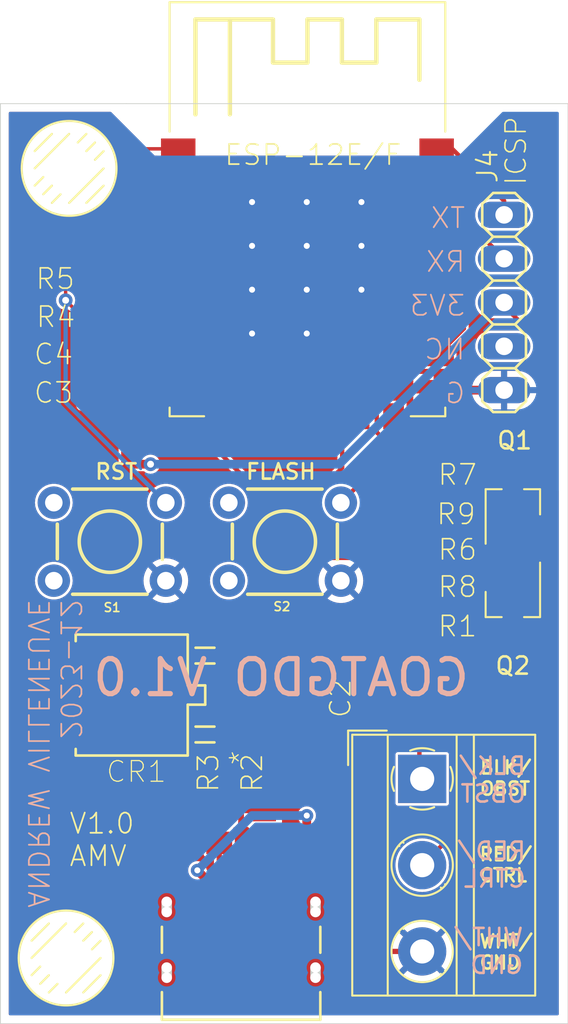
<source format=kicad_pcb>
(kicad_pcb (version 20221018) (generator pcbnew)
  (layers (0 "F.Cu" signal) (31 "B.Cu" signal) (34 "B.Paste" user) (35 "F.Paste" user) (36 "B.SilkS" user "B.Silkscreen") (37 "F.SilkS" user "F.Silkscreen") (38 "B.Mask" user) (39 "F.Mask" user) (44 "Edge.Cuts" user))
  (net 0 "")
  (net 1 "5V")
  (net 4 "3.3V")
  (net 5 "Net-(IC3-PadEN)")
  (net 6 "/IO0_FLASH")
  (net 8 "Net-(Q1-D)")
  (net 9 "Net-(Q2-G)")
  (net 13 "Net-(IC3-PadIO13)")
  (net 15 "Net-(IC3-PadIO15)")
  (net 19 "Net-(S1-2)")
  (net 20 "/ICSP_RX")
  (net 22 "/ICSP_TX")
  (net 23 "Net-(J1-CC1)")
  (net 24 "Net-(J1-CC2)")
  (net 25 "Net-(J2-Pin_1)")
  (net 26 "Net-(J2-Pin_2)")
  (net 28 "GND")
  (footprint "8266_a1_bridge_v1:R0805" (layer "F.Cu") (at 149.159 106.3752)
    (fp_text reference "R8" (at 1.965659 -0.0254) (layer "F.SilkS") (effects (font (size 1.176528 1.176528) (thickness 0.093472)) (justify left)))
    (fp_text value "10k" hide)
    (pad "1" smd rect (at -0.95 0) (size 1.3 1.5) (layers "F.Cu" "F.Paste" "F.Mask") (net 13 "Net-(IC3-PadIO13)"))
    (pad "2" smd rect (at 0.95 0) (size 1.3 1.5) (layers "F.Cu" "F.Paste" "F.Mask") (net 28 "GND"))
  )
  (footprint "8266_a1_bridge_v1:M2-POST" (layer "F.Cu") (at 129.6161 127.8586)
    (fp_text reference "U$6" hide)
    (fp_text value "M2-POST" hide)
    (pad "" np_thru_hole circle (at 0 0) (size 2.1 2.1) (drill 2.1) (layers "*.Cu" "*.Mask"))
    (zone (net 0) (net_name "") (layer "F.Cu") (connect_pads (clearance 0)) (min_thickness 0.254)
      (keepout (tracks not_allowed) (vias not_allowed) (pads not_allowed) (copperpour not_allowed) (footprints allowed))
      (fill (thermal_gap 0.508) (thermal_bridge_width 0.508))
      (polygon (pts (xy 132.4296 127.8586) (xy 132.386857 127.370041) (xy 132.259925 126.896326) (xy 132.052662 126.45185) (xy 131.771366 126.050117) (xy 131.424583 125.703334) (xy 131.02285 125.422038) (xy 130.578374 125.214775) (xy 130.104659 125.087843) (xy 129.6161 125.0451) (xy 129.127541 125.087843) (xy 128.653826 125.214775) (xy 128.20935 125.422038) (xy 127.807617 125.703334) (xy 127.460834 126.050117) (xy 127.179538 126.45185) (xy 126.972275 126.896326) (xy 126.845343 127.370041) (xy 126.8026 127.8586) (xy 126.845343 128.347159) (xy 126.972275 128.820874) (xy 127.179538 129.26535) (xy 127.460834 129.667083) (xy 127.807617 130.013866) (xy 128.20935 130.295162) (xy 128.653826 130.502425) (xy 129.127541 130.629357) (xy 129.6161 130.6721) (xy 130.104659 130.629357) (xy 130.578374 130.502425) (xy 131.02285 130.295162) (xy 131.424583 130.013866) (xy 131.771366 129.667083) (xy 132.052662 129.26535) (xy 132.259925 128.820874) (xy 132.386857 128.347159)))
      (polygon (pts (xy 132.3026 127.8586) (xy 132.261786 127.392094) (xy 132.140584 126.939763) (xy 131.942677 126.51535) (xy 131.674078 126.131751) (xy 131.342949 125.800622) (xy 130.95935 125.532023) (xy 130.534937 125.334116) (xy 130.082606 125.212914) (xy 129.6161 125.1721) (xy 129.149594 125.212914) (xy 128.697263 125.334116) (xy 128.27285 125.532023) (xy 127.889251 125.800622) (xy 127.558122 126.131751) (xy 127.289523 126.51535) (xy 127.091616 126.939763) (xy 126.970414 127.392094) (xy 126.9296 127.8586) (xy 126.970414 128.325106) (xy 127.091616 128.777437) (xy 127.289523 129.20185) (xy 127.558122 129.585449) (xy 127.889251 129.916578) (xy 128.27285 130.185177) (xy 128.697263 130.383084) (xy 129.149594 130.504286) (xy 129.6161 130.5451) (xy 130.082606 130.504286) (xy 130.534937 130.383084) (xy 130.95935 130.185177) (xy 131.342949 129.916578) (xy 131.674078 129.585449) (xy 131.942677 129.20185) (xy 132.140584 128.777437) (xy 132.261786 128.325106)))
    )
    (zone (net 0) (net_name "") (layer "B.Cu") (connect_pads (clearance 0)) (min_thickness 0.254)
      (keepout (tracks not_allowed) (vias not_allowed) (pads not_allowed) (copperpour not_allowed) (footprints allowed))
      (fill (thermal_gap 0.508) (thermal_bridge_width 0.508))
      (polygon (pts (xy 132.4296 127.8586) (xy 132.386857 127.370041) (xy 132.259925 126.896326) (xy 132.052662 126.45185) (xy 131.771366 126.050117) (xy 131.424583 125.703334) (xy 131.02285 125.422038) (xy 130.578374 125.214775) (xy 130.104659 125.087843) (xy 129.6161 125.0451) (xy 129.127541 125.087843) (xy 128.653826 125.214775) (xy 128.20935 125.422038) (xy 127.807617 125.703334) (xy 127.460834 126.050117) (xy 127.179538 126.45185) (xy 126.972275 126.896326) (xy 126.845343 127.370041) (xy 126.8026 127.8586) (xy 126.845343 128.347159) (xy 126.972275 128.820874) (xy 127.179538 129.26535) (xy 127.460834 129.667083) (xy 127.807617 130.013866) (xy 128.20935 130.295162) (xy 128.653826 130.502425) (xy 129.127541 130.629357) (xy 129.6161 130.6721) (xy 130.104659 130.629357) (xy 130.578374 130.502425) (xy 131.02285 130.295162) (xy 131.424583 130.013866) (xy 131.771366 129.667083) (xy 132.052662 129.26535) (xy 132.259925 128.820874) (xy 132.386857 128.347159)))
      (polygon (pts (xy 132.3026 127.8586) (xy 132.261786 127.392094) (xy 132.140584 126.939763) (xy 131.942677 126.51535) (xy 131.674078 126.131751) (xy 131.342949 125.800622) (xy 130.95935 125.532023) (xy 130.534937 125.334116) (xy 130.082606 125.212914) (xy 129.6161 125.1721) (xy 129.149594 125.212914) (xy 128.697263 125.334116) (xy 128.27285 125.532023) (xy 127.889251 125.800622) (xy 127.558122 126.131751) (xy 127.289523 126.51535) (xy 127.091616 126.939763) (xy 126.970414 127.392094) (xy 126.9296 127.8586) (xy 126.970414 128.325106) (xy 127.091616 128.777437) (xy 127.289523 129.20185) (xy 127.558122 129.585449) (xy 127.889251 129.916578) (xy 128.27285 130.185177) (xy 128.697263 130.383084) (xy 129.149594 130.504286) (xy 129.6161 130.5451) (xy 130.082606 130.504286) (xy 130.534937 130.383084) (xy 130.95935 130.185177) (xy 131.342949 129.916578) (xy 131.674078 129.585449) (xy 131.942677 129.20185) (xy 132.140584 128.777437) (xy 132.261786 128.325106)))
    )
  )
  (footprint "8266_a1_bridge_v1:C0805" (layer "F.Cu") (at 132.1561 95.0418 180)
    (fp_text reference "C3" (at 2.0573 -0.0558) (layer "F.SilkS") (effects (font (size 1.176528 1.176528) (thickness 0.093472)) (justify right)))
    (fp_text value "10uF" hide)
    (pad "1" smd rect (at -0.95 0 180) (size 1.3 1.5) (layers "F.Cu" "F.Paste" "F.Mask") (net 4 "3.3V"))
    (pad "2" smd rect (at 0.95 0 180) (size 1.3 1.5) (layers "F.Cu" "F.Paste" "F.Mask") (net 28 "GND"))
  )
  (footprint "8266_a1_bridge_v1:R0805" (layer "F.Cu") (at 149.1742 108.5342)
    (fp_text reference "R1" (at 1.950459 0.1016) (layer "F.SilkS") (effects (font (size 1.176528 1.176528) (thickness 0.093472)) (justify left)))
    (fp_text value "10k" hide)
    (pad "1" smd rect (at -0.95 0) (size 1.3 1.5) (layers "F.Cu" "F.Paste" "F.Mask") (net 13 "Net-(IC3-PadIO13)"))
    (pad "2" smd rect (at 0.95 0) (size 1.3 1.5) (layers "F.Cu" "F.Paste" "F.Mask") (net 25 "Net-(J2-Pin_1)"))
  )
  (footprint "8266_a1_bridge_v1:R0805" (layer "F.Cu") (at 149.1742 99.8982)
    (fp_text reference "R7" (at 1.950459 -0.0508) (layer "F.SilkS") (effects (font (size 1.176528 1.176528) (thickness 0.093472)) (justify left)))
    (fp_text value "10k" hide)
    (pad "1" smd rect (at -0.95 0) (size 1.3 1.5) (layers "F.Cu" "F.Paste" "F.Mask") (net 6 "/IO0_FLASH"))
    (pad "2" smd rect (at 0.95 0) (size 1.3 1.5) (layers "F.Cu" "F.Paste" "F.Mask") (net 4 "3.3V"))
  )
  (footprint "8266_a1_bridge_v1:C0805" (layer "F.Cu") (at 143.5861 112.6186 -90)
    (fp_text reference "C2" (at -1.011 -1.9559 90) (layer "F.SilkS") (effects (font (size 1.176528 1.176528) (thickness 0.093472)) (justify right)))
    (fp_text value "100nF" hide)
    (pad "1" smd rect (at -0.95 0 270) (size 1.3 1.5) (layers "F.Cu" "F.Paste" "F.Mask") (net 1 "5V"))
    (pad "2" smd rect (at 0.95 0 270) (size 1.3 1.5) (layers "F.Cu" "F.Paste" "F.Mask") (net 28 "GND"))
  )
  (footprint "8266_a1_bridge_v1:DPAK_STM" (layer "F.Cu") (at 133.4261 112.6186 90)
    (fp_text reference "CR1" (at -4.445 -1.5493 180) (layer "F.SilkS") (effects (font (size 1.198372 1.198372) (thickness 0.071628)) (justify left)))
    (fp_text value "LD1117ADT33TR" hide)
    (fp_text user "*" (at -4.1402 7.0104 90) (layer "F.SilkS") (effects (font (size 1.1938 1.1938) (thickness 0.0762)) (justify left bottom)))
    (pad "1" smd rect (at -2.286 6.3881 90) (size 0.939 2.478) (layers "F.Cu" "F.Paste" "F.Mask") (net 28 "GND"))
    (pad "2" smd rect (at 2.286 6.3881 90) (size 0.939 2.478) (layers "F.Cu" "F.Paste" "F.Mask") (net 1 "5V"))
    (pad "3" smd rect (at 0 -1.7653 90) (size 5.5626 6.2992) (layers "F.Cu" "F.Paste" "F.Mask") (net 4 "3.3V"))
  )
  (footprint "8266_a1_bridge_v1:R0805" (layer "F.Cu") (at 149.1742 102.0572 180)
    (fp_text reference "R9" (at -4.2926 -0.0762) (layer "F.SilkS") (effects (font (size 1.176528 1.176528) (thickness 0.093472)) (justify right)))
    (fp_text value "10k" hide)
    (pad "1" smd rect (at -0.95 0 180) (size 1.3 1.5) (layers "F.Cu" "F.Paste" "F.Mask") (net 28 "GND"))
    (pad "2" smd rect (at 0.95 0 180) (size 1.3 1.5) (layers "F.Cu" "F.Paste" "F.Mask") (net 9 "Net-(Q2-G)"))
  )
  (footprint "Package_TO_SOT_SMD:SOT-23_Handsoldering" (layer "F.Cu") (at 155.5496 101.4476 90)
    (fp_text reference "Q1" (at 3.5814 0.1016) (layer "F.SilkS"))
    (fp_text value "2N7002" hide)
    (pad "1" smd rect (at -1.5 -0.95 90) (size 1.9 0.8) (layers "F.Cu" "F.Paste" "F.Mask") (net 26 "Net-(J2-Pin_2)"))
    (pad "2" smd rect (at -1.5 0.95 90) (size 1.9 0.8) (layers "F.Cu" "F.Paste" "F.Mask") (net 28 "GND"))
    (pad "3" smd rect (at 1.5 0 90) (size 1.9 0.8) (layers "F.Cu" "F.Paste" "F.Mask") (net 8 "Net-(Q1-D)"))
  )
  (footprint "8266_a1_bridge_v1:R0805" (layer "F.Cu") (at 132.1816 88.3412 180)
    (fp_text reference "R5" (at 1.9812 -0.1524) (layer "F.SilkS") (effects (font (size 1.176528 1.176528) (thickness 0.093472)) (justify right)))
    (fp_text value "10k" hide)
    (pad "1" smd rect (at -0.95 0 180) (size 1.3 1.5) (layers "F.Cu" "F.Paste" "F.Mask") (net 4 "3.3V"))
    (pad "2" smd rect (at 0.95 0 180) (size 1.3 1.5) (layers "F.Cu" "F.Paste" "F.Mask") (net 5 "Net-(IC3-PadEN)"))
  )
  (footprint "8266_a1_bridge_v1:1X05" (layer "F.Cu") (at 155.0416 89.8652 -90)
    (fp_text reference "J4" (at -8.9662 0.9652 90) (layer "F.SilkS") (effects (font (size 1.1557 1.1557) (thickness 0.1143)) (justify right)))
    (fp_text value "ICSP" (at -10.8712 -0.6858 90) (layer "F.SilkS") (effects (font (size 1.176528 1.176528) (thickness 0.093472)) (justify right)))
    (pad "1" thru_hole oval (at -5.08 0) (size 3.048 1.524) (drill 1.016) (layers "*.Cu" "*.Mask") (net 22 "/ICSP_TX"))
    (pad "2" thru_hole oval (at -2.54 0) (size 3.048 1.524) (drill 1.016) (layers "*.Cu" "*.Mask") (net 20 "/ICSP_RX"))
    (pad "3" thru_hole oval (at 0 0) (size 3.048 1.524) (drill 1.016) (layers "*.Cu" "*.Mask") (net 4 "3.3V"))
    (pad "4" thru_hole oval (at 2.54 0) (size 3.048 1.524) (drill 1.016) (layers "*.Cu" "*.Mask"))
    (pad "5" thru_hole oval (at 5.08 0) (size 3.048 1.524) (drill 1.016) (layers "*.Cu" "*.Mask") (net 28 "GND"))
  )
  (footprint "8266_a1_bridge_v1:C0805" (layer "F.Cu") (at 132.1816 92.8116 180)
    (fp_text reference "C4" (at 2.0828 -0.0508) (layer "F.SilkS") (effects (font (size 1.176528 1.176528) (thickness 0.093472)) (justify right)))
    (fp_text value "100nF" hide)
    (pad "1" smd rect (at -0.95 0 180) (size 1.3 1.5) (layers "F.Cu" "F.Paste" "F.Mask") (net 4 "3.3V"))
    (pad "2" smd rect (at 0.95 0 180) (size 1.3 1.5) (layers "F.Cu" "F.Paste" "F.Mask") (net 28 "GND"))
  )
  (footprint "8266_a1_bridge_v1:TACTILE_SWITCH_PTH_6.0MM" (layer "F.Cu") (at 142.3161 103.7286 180)
    (fp_text reference "S2" (at -0.3811 -3.7642) (layer "F.SilkS") (effects (font (size 0.512064 0.512064) (thickness 0.097536)) (justify right)))
    (fp_text value "FLASH" (at -1.8797 4.059) (layer "F.SilkS") (effects (font (size 0.889 0.889) (thickness 0.1524) bold) (justify right)))
    (pad "1" thru_hole circle (at -3.2512 -2.2606 180) (size 1.8796 1.8796) (drill 1.016) (layers "*.Cu" "*.Mask") (net 28 "GND"))
    (pad "2" thru_hole circle (at 3.2512 -2.2606 180) (size 1.8796 1.8796) (drill 1.016) (layers "*.Cu" "*.Mask"))
    (pad "3" thru_hole circle (at -3.2512 2.2606 180) (size 1.8796 1.8796) (drill 1.016) (layers "*.Cu" "*.Mask") (net 6 "/IO0_FLASH"))
    (pad "4" thru_hole circle (at 3.2512 2.2606 180) (size 1.8796 1.8796) (drill 1.016) (layers "*.Cu" "*.Mask"))
  )
  (footprint "Package_TO_SOT_SMD:SOT-23_Handsoldering" (layer "F.Cu") (at 155.5496 107.3404 -90)
    (fp_text reference "Q2" (at 3.5814 0 -180) (layer "F.SilkS"))
    (fp_text value "AO3400A" hide)
    (pad "1" smd rect (at -1.5 -0.95 270) (size 1.9 0.8) (layers "F.Cu" "F.Paste" "F.Mask") (net 9 "Net-(Q2-G)"))
    (pad "2" smd rect (at -1.5 0.95 270) (size 1.9 0.8) (layers "F.Cu" "F.Paste" "F.Mask") (net 28 "GND"))
    (pad "3" smd rect (at 1.5 0 270) (size 1.9 0.8) (layers "F.Cu" "F.Paste" "F.Mask") (net 26 "Net-(J2-Pin_2)"))
  )
  (footprint "TerminalBlock_MetzConnect:TerminalBlock_MetzConnect_Type011_RT05503HBWC_1x03_P5.00mm_Horizontal" (layer "F.Cu") (at 150.2864 117.4788 -90)
    (fp_text reference "J2" hide)
    (fp_text value "Screw_Terminal_01x03" hide)
    (pad "1" thru_hole rect (at 0 0 270) (size 2.8 2.8) (drill 1.4) (layers "*.Cu" "*.Mask") (net 25 "Net-(J2-Pin_1)"))
    (pad "2" thru_hole circle (at 5 0 270) (size 2.8 2.8) (drill 1.4) (layers "*.Cu" "*.Mask") (net 26 "Net-(J2-Pin_2)"))
    (pad "3" thru_hole circle (at 10 0 270) (size 2.8 2.8) (drill 1.4) (layers "*.Cu" "*.Mask") (net 28 "GND"))
  )
  (footprint "8266_a1_bridge_v1:R0805" (layer "F.Cu") (at 132.1816 90.5256 180)
    (fp_text reference "R4" (at 1.9558 -0.1778) (layer "F.SilkS") (effects (font (size 1.176528 1.176528) (thickness 0.093472)) (justify right)))
    (fp_text value "10k" hide)
    (pad "1" smd rect (at -0.95 0 180) (size 1.3 1.5) (layers "F.Cu" "F.Paste" "F.Mask") (net 4 "3.3V"))
    (pad "2" smd rect (at 0.95 0 180) (size 1.3 1.5) (layers "F.Cu" "F.Paste" "F.Mask") (net 19 "Net-(S1-2)"))
  )
  (footprint "8266_a1_bridge_v1:ESP-12E" (layer "F.Cu") (at 143.5861 88.4886)
    (fp_text reference "IC3" hide)
    (fp_text value "ESP-12E/F" hide)
    (fp_text user "ESP-12E/F" (at -4.8513 -6.4974) (layer "F.SilkS") (effects (font (size 1.1684 1.1684) (thickness 0.1016)) (justify left bottom)))
    (pad "ADC" smd rect (at -7.46 -5.53) (size 2 1.2) (layers "F.Cu" "F.Paste" "F.Mask"))
    (pad "CS0" smd rect (at -4.96 7.97 90) (size 1.5 1.2) (layers "F.Cu" "F.Paste" "F.Mask"))
    (pad "EN" smd rect (at -7.46 -3.53) (size 2 1.2) (layers "F.Cu" "F.Paste" "F.Mask") (net 5 "Net-(IC3-PadEN)"))
    (pad "GND" smd rect (at 7.54 6.47) (size 2 1.2) (layers "F.Cu" "F.Paste" "F.Mask") (net 28 "GND"))
    (pad "IO0" smd rect (at 7.54 0.47) (size 2 1.2) (layers "F.Cu" "F.Paste" "F.Mask") (net 6 "/IO0_FLASH"))
    (pad "IO2" smd rect (at 7.54 2.47) (size 2 1.2) (layers "F.Cu" "F.Paste" "F.Mask"))
    (pad "IO4" smd rect (at 7.54 -1.53) (size 2 1.2) (layers "F.Cu" "F.Paste" "F.Mask") (net 8 "Net-(Q1-D)"))
    (pad "IO5" smd rect (at 7.54 -3.53) (size 2 1.2) (layers "F.Cu" "F.Paste" "F.Mask") (net 9 "Net-(Q2-G)"))
    (pad "IO9" smd rect (at -0.96 7.97 90) (size 1.5 1.2) (layers "F.Cu" "F.Paste" "F.Mask"))
    (pad "IO10" smd rect (at 1.04 7.97 90) (size 1.5 1.2) (layers "F.Cu" "F.Paste" "F.Mask"))
    (pad "IO12" smd rect (at -7.46 2.47) (size 2 1.2) (layers "F.Cu" "F.Paste" "F.Mask"))
    (pad "IO13" smd rect (at -7.46 4.47) (size 2 1.2) (layers "F.Cu" "F.Paste" "F.Mask") (net 13 "Net-(IC3-PadIO13)"))
    (pad "IO14" smd rect (at -7.46 0.47) (size 2 1.2) (layers "F.Cu" "F.Paste" "F.Mask"))
    (pad "IO15" smd rect (at 7.54 4.47) (size 2 1.2) (layers "F.Cu" "F.Paste" "F.Mask") (net 15 "Net-(IC3-PadIO15)"))
    (pad "IO16" smd rect (at -7.46 -1.53) (size 2 1.2) (layers "F.Cu" "F.Paste" "F.Mask"))
    (pad "MISO" smd rect (at -2.96 7.97 90) (size 1.5 1.2) (layers "F.Cu" "F.Paste" "F.Mask"))
    (pad "MOSI" smd rect (at 3.04 7.97 90) (size 1.5 1.2) (layers "F.Cu" "F.Paste" "F.Mask"))
    (pad "RST" smd rect (at -7.46 -7.53) (size 2 1.2) (layers "F.Cu" "F.Paste" "F.Mask") (net 19 "Net-(S1-2)"))
    (pad "RXD/IO3" smd rect (at 7.54 -5.53) (size 2 1.2) (layers "F.Cu" "F.Paste" "F.Mask") (net 20 "/ICSP_RX"))
    (pad "SCLK" smd rect (at 5.04 7.97 90) (size 1.5 1.2) (layers "F.Cu" "F.Paste" "F.Mask"))
    (pad "TXD/IO1" smd rect (at 7.54 -7.53) (size 2 1.2) (layers "F.Cu" "F.Paste" "F.Mask") (net 22 "/ICSP_TX"))
    (pad "VCC" smd rect (at -7.46 6.47) (size 2 1.2) (layers "F.Cu" "F.Paste" "F.Mask") (net 4 "3.3V"))
  )
  (footprint "8266_a1_bridge_v1:KUSBX-SMT-CS-6-BTR_KYC" (layer "F.Cu") (at 139.7761 127.8586)
    (fp_text reference "J1")
    (fp_text value "KUSBX-SMT-CS-6-BTR" hide)
    (fp_line (start -4.318 -2.667) (end -4.318 -3.2512) (stroke (width 0.6096)) (layer "Edge.Cuts"))
    (fp_line (start -4.318 1.143) (end -4.318 0.5588) (stroke (width 0.6096)) (layer "Edge.Cuts"))
    (fp_line (start 4.318 -2.667) (end 4.318 -3.2512) (stroke (width 0.6096)) (layer "Edge.Cuts"))
    (fp_line (start 4.318 1.143) (end 4.318 0.5588) (stroke (width 0.6096)) (layer "Edge.Cuts"))
    (pad "7" smd roundrect (at -4.32 -2.9544 90) (size 1.7018 1.0922) (layers "F.Cu" "F.Paste" "F.Mask") (roundrect_rratio 0.5))
    (pad "8" smd roundrect (at 4.32 -2.9544 90) (size 1.7018 1.0922) (layers "F.Cu" "F.Paste" "F.Mask") (roundrect_rratio 0.5))
    (pad "9" smd roundrect (at -4.32 0.8456 90) (size 1.7018 1.0922) (layers "F.Cu" "F.Paste" "F.Mask") (roundrect_rratio 0.5))
    (pad "10" smd roundrect (at 4.32 0.8456 90) (size 1.7018 1.0922) (layers "F.Cu" "F.Paste" "F.Mask") (roundrect_rratio 0.5))
    (pad "A5" smd rect (at -0.5 -3.0344) (size 0.7112 1.1938) (layers "F.Cu" "F.Paste" "F.Mask") (net 23 "Net-(J1-CC1)"))
    (pad "A9" smd rect (at 1.52 -3.0344) (size 0.762 1.1938) (layers "F.Cu" "F.Paste" "F.Mask") (net 1 "5V"))
    (pad "A12" smd rect (at 2.75 -3.0344) (size 0.8128 1.1938) (layers "F.Cu" "F.Paste" "F.Mask") (net 28 "GND"))
    (pad "B5" smd rect (at 0.5 -3.0344) (size 0.7112 1.1938) (layers "F.Cu" "F.Paste" "F.Mask") (net 24 "Net-(J1-CC2)"))
    (pad "B9" smd rect (at -1.52 -3.0344) (size 0.762 1.1938) (layers "F.Cu" "F.Paste" "F.Mask") (net 1 "5V"))
    (pad "B12" smd rect (at -2.75 -3.0344) (size 0.8128 1.1938) (layers "F.Cu" "F.Paste" "F.Mask") (net 28 "GND"))
    (pad "S_1_H1" thru_hole circle (at -4.318 -3.2512) (size 0.6096 0.6096) (drill 0.6096) (layers "*.Cu" "*.Mask"))
    (pad "S_1_H2" thru_hole circle (at -4.318 -2.667) (size 0.6096 0.6096) (drill 0.6096) (layers "*.Cu" "*.Mask"))
    (pad "S_2_H1" thru_hole circle (at 4.318 -3.2512) (size 0.6096 0.6096) (drill 0.6096) (layers "*.Cu" "*.Mask"))
    (pad "S_2_H2" thru_hole circle (at 4.318 -2.667) (size 0.6096 0.6096) (drill 0.6096) (layers "*.Cu" "*.Mask"))
    (pad "S_3_H1" thru_hole circle (at -4.318 0.5588) (size 0.6096 0.6096) (drill 0.6096) (layers "*.Cu" "*.Mask"))
    (pad "S_3_H2" thru_hole circle (at -4.318 1.143) (size 0.6096 0.6096) (drill 0.6096) (layers "*.Cu" "*.Mask"))
    (pad "S_4_H1" thru_hole circle (at 4.318 0.5588) (size 0.6096 0.6096) (drill 0.6096) (layers "*.Cu" "*.Mask"))
    (pad "S_4_H2" thru_hole circle (at 4.318 1.143) (size 0.6096 0.6096) (drill 0.6096) (layers "*.Cu" "*.Mask"))
  )
  (footprint "8266_a1_bridge_v1:M2-POST" (layer "F.Cu") (at 129.794 82.0928)
    (fp_text reference "U$4" hide)
    (fp_text value "M2-POST" hide)
    (pad "" np_thru_hole circle (at 0 0) (size 2.1 2.1) (drill 2.1) (layers "*.Cu" "*.Mask"))
    (zone (net 0) (net_name "") (layer "F.Cu") (connect_pads (clearance 0)) (min_thickness 0.254)
      (keepout (tracks not_allowed) (vias not_allowed) (pads not_allowed) (copperpour not_allowed) (footprints allowed))
      (fill (thermal_gap 0.508) (thermal_bridge_width 0.508))
      (polygon (pts (xy 132.6075 82.0928) (xy 132.564757 81.604241) (xy 132.437825 81.130526) (xy 132.230562 80.68605) (xy 131.949266 80.284317) (xy 131.602483 79.937534) (xy 131.20075 79.656238) (xy 130.756274 79.448975) (xy 130.282559 79.322043) (xy 129.794 79.2793) (xy 129.305441 79.322043) (xy 128.831726 79.448975) (xy 128.38725 79.656238) (xy 127.985517 79.937534) (xy 127.638734 80.284317) (xy 127.357438 80.68605) (xy 127.150175 81.130526) (xy 127.023243 81.604241) (xy 126.9805 82.0928) (xy 127.023243 82.581359) (xy 127.150175 83.055074) (xy 127.357438 83.49955) (xy 127.638734 83.901283) (xy 127.985517 84.248066) (xy 128.38725 84.529362) (xy 128.831726 84.736625) (xy 129.305441 84.863557) (xy 129.794 84.9063) (xy 130.282559 84.863557) (xy 130.756274 84.736625) (xy 131.20075 84.529362) (xy 131.602483 84.248066) (xy 131.949266 83.901283) (xy 132.230562 83.49955) (xy 132.437825 83.055074) (xy 132.564757 82.581359)))
      (polygon (pts (xy 132.4805 82.0928) (xy 132.439686 81.626294) (xy 132.318484 81.173963) (xy 132.120577 80.74955) (xy 131.851978 80.365951) (xy 131.520849 80.034822) (xy 131.13725 79.766223) (xy 130.712837 79.568316) (xy 130.260506 79.447114) (xy 129.794 79.4063) (xy 129.327494 79.447114) (xy 128.875163 79.568316) (xy 128.45075 79.766223) (xy 128.067151 80.034822) (xy 127.736022 80.365951) (xy 127.467423 80.74955) (xy 127.269516 81.173963) (xy 127.148314 81.626294) (xy 127.1075 82.0928) (xy 127.148314 82.559306) (xy 127.269516 83.011637) (xy 127.467423 83.43605) (xy 127.736022 83.819649) (xy 128.067151 84.150778) (xy 128.45075 84.419377) (xy 128.875163 84.617284) (xy 129.327494 84.738486) (xy 129.794 84.7793) (xy 130.260506 84.738486) (xy 130.712837 84.617284) (xy 131.13725 84.419377) (xy 131.520849 84.150778) (xy 131.851978 83.819649) (xy 132.120577 83.43605) (xy 132.318484 83.011637) (xy 132.439686 82.559306)))
    )
    (zone (net 0) (net_name "") (layer "B.Cu") (connect_pads (clearance 0)) (min_thickness 0.254)
      (keepout (tracks not_allowed) (vias not_allowed) (pads not_allowed) (copperpour not_allowed) (footprints allowed))
      (fill (thermal_gap 0.508) (thermal_bridge_width 0.508))
      (polygon (pts (xy 132.6075 82.0928) (xy 132.564757 81.604241) (xy 132.437825 81.130526) (xy 132.230562 80.68605) (xy 131.949266 80.284317) (xy 131.602483 79.937534) (xy 131.20075 79.656238) (xy 130.756274 79.448975) (xy 130.282559 79.322043) (xy 129.794 79.2793) (xy 129.305441 79.322043) (xy 128.831726 79.448975) (xy 128.38725 79.656238) (xy 127.985517 79.937534) (xy 127.638734 80.284317) (xy 127.357438 80.68605) (xy 127.150175 81.130526) (xy 127.023243 81.604241) (xy 126.9805 82.0928) (xy 127.023243 82.581359) (xy 127.150175 83.055074) (xy 127.357438 83.49955) (xy 127.638734 83.901283) (xy 127.985517 84.248066) (xy 128.38725 84.529362) (xy 128.831726 84.736625) (xy 129.305441 84.863557) (xy 129.794 84.9063) (xy 130.282559 84.863557) (xy 130.756274 84.736625) (xy 131.20075 84.529362) (xy 131.602483 84.248066) (xy 131.949266 83.901283) (xy 132.230562 83.49955) (xy 132.437825 83.055074) (xy 132.564757 82.581359)))
      (polygon (pts (xy 132.4805 82.0928) (xy 132.439686 81.626294) (xy 132.318484 81.173963) (xy 132.120577 80.74955) (xy 131.851978 80.365951) (xy 131.520849 80.034822) (xy 131.13725 79.766223) (xy 130.712837 79.568316) (xy 130.260506 79.447114) (xy 129.794 79.4063) (xy 129.327494 79.447114) (xy 128.875163 79.568316) (xy 128.45075 79.766223) (xy 128.067151 80.034822) (xy 127.736022 80.365951) (xy 127.467423 80.74955) (xy 127.269516 81.173963) (xy 127.148314 81.626294) (xy 127.1075 82.0928) (xy 127.148314 82.559306) (xy 127.269516 83.011637) (xy 127.467423 83.43605) (xy 127.736022 83.819649) (xy 128.067151 84.150778) (xy 128.45075 84.419377) (xy 128.875163 84.617284) (xy 129.327494 84.738486) (xy 129.794 84.7793) (xy 130.260506 84.738486) (xy 130.712837 84.617284) (xy 131.13725 84.419377) (xy 131.520849 84.150778) (xy 131.851978 83.819649) (xy 132.120577 83.43605) (xy 132.318484 83.011637) (xy 132.439686 82.559306)))
    )
  )
  (footprint "8266_a1_bridge_v1:R0805" (layer "F.Cu") (at 138.5061 120.2386 -90)
    (fp_text reference "R3" (at -4.318 0.635 90) (layer "F.SilkS") (effects (font (size 1.176528 1.176528) (thickness 0.093472)) (justify right)))
    (fp_text value "5.1k")
    (pad "1" smd rect (at -0.95 0 270) (size 1.3 1.5) (layers "F.Cu" "F.Paste" "F.Mask") (net 28 "GND"))
    (pad "2" smd rect (at 0.95 0 270) (size 1.3 1.5) (layers "F.Cu" "F.Paste" "F.Mask") (net 23 "Net-(J1-CC1)"))
  )
  (footprint "8266_a1_bridge_v1:R0805" (layer "F.Cu") (at 149.159 104.1908)
    (fp_text reference "R6" (at 1.965659 0) (layer "F.SilkS") (effects (font (size 1.176528 1.176528) (thickness 0.093472)) (justify left)))
    (fp_text value "10k" hide)
    (pad "1" smd rect (at -0.95 0) (size 1.3 1.5) (layers "F.Cu" "F.Paste" "F.Mask") (net 15 "Net-(IC3-PadIO15)"))
    (pad "2" smd rect (at 0.95 0) (size 1.3 1.5) (layers "F.Cu" "F.Paste" "F.Mask") (net 28 "GND"))
  )
  (footprint "8266_a1_bridge_v1:TACTILE_SWITCH_PTH_6.0MM" (layer "F.Cu") (at 132.1561 103.7286 180)
    (fp_text reference "S1" (at -0.6859 -3.815) (layer "F.SilkS") (effects (font (size 0.512064 0.512064) (thickness 0.097536)) (justify right)))
    (fp_text value "RST" (at -1.6765 4.059) (layer "F.SilkS") (effects (font (size 0.889 0.889) (thickness 0.1524) bold) (justify right)))
    (pad "1" thru_hole circle (at -3.2512 -2.2606 180) (size 1.8796 1.8796) (drill 1.016) (layers "*.Cu" "*.Mask") (net 28 "GND"))
    (pad "2" thru_hole circle (at 3.2512 -2.2606 180) (size 1.8796 1.8796) (drill 1.016) (layers "*.Cu" "*.Mask"))
    (pad "3" thru_hole circle (at -3.2512 2.2606 180) (size 1.8796 1.8796) (drill 1.016) (layers "*.Cu" "*.Mask") (net 19 "Net-(S1-2)"))
    (pad "4" thru_hole circle (at 3.2512 2.2606 180) (size 1.8796 1.8796) (drill 1.016) (layers "*.Cu" "*.Mask"))
  )
  (footprint "8266_a1_bridge_v1:R0805" (layer "F.Cu") (at 141.0461 120.2386 -90)
    (fp_text reference "R2" (at -4.318 0.635 90) (layer "F.SilkS") (effects (font (size 1.176528 1.176528) (thickness 0.093472)) (justify right)))
    (fp_text value "5.1k")
    (pad "1" smd rect (at -0.95 0 270) (size 1.3 1.5) (layers "F.Cu" "F.Paste" "F.Mask") (net 28 "GND"))
    (pad "2" smd rect (at 0.95 0 270) (size 1.3 1.5) (layers "F.Cu" "F.Paste" "F.Mask") (net 24 "Net-(J1-CC2)"))
  )
  (gr_line (start 125.8061 78.3386) (end 125.8061 131.6686) (stroke (width 0.05)) (layer "Edge.Cuts"))
  (gr_line (start 133.1214 78.3386) (end 125.8061 78.3386) (stroke (width 0.05)) (layer "Edge.Cuts"))
  (gr_line (start 158.75 78.3386) (end 133.1214 78.3386) (stroke (width 0.05)) (layer "Edge.Cuts"))
  (gr_line (start 158.75 131.6686) (end 158.75 78.3386) (stroke (width 0.05)) (layer "Edge.Cuts"))
  (gr_line (start 125.8061 131.6686) (end 158.75 131.6686) (stroke (width 0.05)) (layer "Edge.Cuts"))
  (gr_text "RED/\nCTRL" (at 156.3878 123.8504) (layer "B.SilkS") (effects (font (size 1 1)) (justify left bottom mirror)))
  (gr_text "WHT/\nGND" (at 156.2354 128.8542) (layer "B.SilkS") (effects (font (size 1 1)) (justify left bottom mirror)))
  (gr_text "RX" (at 152.8572 88.1888) (layer "B.SilkS") (effects (font (size 1.1684 1.1684) (thickness 0.1016)) (justify left bottom mirror)))
  (gr_text "BLK/\nOBST" (at 156.3878 118.9228) (layer "B.SilkS") (effects (font (size 1 1)) (justify left bottom mirror)))
  (gr_text "3V3" (at 152.8572 90.7288) (layer "B.SilkS") (effects (font (size 1.1684 1.1684) (thickness 0.1016)) (justify left bottom mirror)))
  (gr_text "G" (at 152.8572 95.8088) (layer "B.SilkS") (effects (font (size 1.1684 1.1684) (thickness 0.1016)) (justify left bottom mirror)))
  (gr_text "TX" (at 152.8572 85.6488) (layer "B.SilkS") (effects (font (size 1.1684 1.1684) (thickness 0.1016)) (justify left bottom mirror)))
  (gr_text "NC" (at 152.8572 93.2688) (layer "B.SilkS") (effects (font (size 1.1684 1.1684) (thickness 0.1016)) (justify left bottom mirror)))
  (gr_text "GOATGDO V1.0" (at 153.1874 112.8014) (layer "B.SilkS") (effects (font (size 2.032 2.032) (thickness 0.3048)) (justify left bottom mirror)))
  (gr_text "2023-12\nANDREW VILLENEUVE" (at 130.556 106.9848 270) (layer "B.SilkS") (effects (font (size 1.1684 1.1684) (thickness 0.1016)) (justify right top mirror)))
  (gr_text "V1.0\nAMV" (at 129.7432 122.6312) (layer "F.SilkS") (effects (font (size 1.1684 1.1684) (thickness 0.1016)) (justify left bottom)))
  (gr_text "	RED/\n	CTRL" (at 150.6728 123.5202) (layer "F.SilkS") (effects (font (size 0.762 0.762)) (justify left bottom)))
  (gr_text "WHT/\nGND" (at 153.543 128.5748) (layer "F.SilkS") (effects (font (size 0.762 0.762)) (justify left bottom)))
  (gr_text "BLK/\nOBST" (at 153.5684 118.491) (layer "F.SilkS") (effects (font (size 0.762 0.762)) (justify left bottom)))
  (segment (start 138.2561 123.7986) (end 137.2361 122.7786) (width 0.508) (layer "F.Cu") (net 1))
  (segment (start 141.2961 124.8242) (end 141.2961 123.7986) (width 0.508) (layer "F.Cu") (net 1))
  (segment (start 145.9411 119.1536) (end 145.9411 112.8036) (width 0.508) (layer "F.Cu") (net 1))
  (segment (start 141.2961 123.7986) (end 143.5861 121.5086) (width 0.508) (layer "F.Cu") (net 1))
  (segment (start 139.8142 110.3326) (end 142.2501 110.3326) (width 0.508) (layer "F.Cu") (net 1))
  (segment (start 143.5861 119.6036) (end 143.5861 121.5086) (width 0.508) (layer "F.Cu") (net 1))
  (segment (start 143.5861 121.5086) (end 145.9411 119.1536) (width 0.508) (layer "F.Cu") (net 1))
  (segment (start 144.8061 111.6686) (end 145.9411 112.8036) (width 0.508) (layer "F.Cu") (net 1))
  (segment (start 142.2501 110.3326) (end 143.5861 111.6686) (width 0.508) (layer "F.Cu") (net 1))
  (segment (start 143.5861 111.6686) (end 144.8061 111.6686) (width 0.508) (layer "F.Cu") (net 1))
  (segment (start 138.2561 124.8242) (end 138.2561 123.7986) (width 0.508) (layer "F.Cu") (net 1))
  (via (at 143.5861 119.6036) (size 0.7564) (drill 0.35) (layers "F.Cu" "B.Cu") (net 1))
  (via (at 137.2361 122.7786) (size 0.7564) (drill 0.35) (layers "F.Cu" "B.Cu") (net 1))
  (segment (start 137.2361 122.7786) (end 140.4111 119.6036) (width 0.508) (layer "B.Cu") (net 1))
  (segment (start 143.5861 119.6036) (end 140.4111 119.6036) (width 0.508) (layer "B.Cu") (net 1))
  (segment (start 155.0416 97.4852) (end 157.099 95.4278) (width 0.25) (layer "F.Cu") (net 4))
  (segment (start 131.6608 112.6186) (end 133.0706 111.2088) (width 0.508) (layer "F.Cu") (net 4))
  (segment (start 150.1242 99.8982) (end 152.5372 97.4852) (width 0.25) (layer "F.Cu") (net 4))
  (segment (start 157.099 95.4278) (end 157.099 92.1258) (width 0.25) (layer "F.Cu") (net 4))
  (segment (start 157.099 92.1258) (end 155.0416 90.0684) (width 0.25) (layer "F.Cu") (net 4))
  (segment (start 133.0706 95.0773) (end 133.1061 95.0418) (width 0.508) (layer "F.Cu") (net 4))
  (segment (start 133.1214 99.2378) (end 133.0706 99.187) (width 0.508) (layer "F.Cu") (net 4))
  (segment (start 136.0061 94.8386) (end 136.1261 94.9586) (width 0.508) (layer "F.Cu") (net 4))
  (segment (start 136.1261 94.9586) (end 133.1893 94.9586) (width 0.508) (layer "F.Cu") (net 4))
  (segment (start 133.0706 111.2088) (end 133.0706 99.187) (width 0.508) (layer "F.Cu") (net 4))
  (segment (start 133.1061 92.8371) (end 133.1316 92.8116) (width 0.508) (layer "F.Cu") (net 4))
  (segment (start 133.1316 92.8116) (end 133.1316 90.5256) (width 0.508) (layer "F.Cu") (net 4))
  (segment (start 133.1061 95.0418) (end 133.1061 92.8371) (width 0.508) (layer "F.Cu") (net 4))
  (segment (start 152.5372 97.4852) (end 155.0416 97.4852) (width 0.25) (layer "F.Cu") (net 4))
  (segment (start 133.1316 90.5256) (end 133.1316 88.2396) (width 0.508) (layer "F.Cu") (net 4))
  (segment (start 134.5184 99.2378) (end 133.1214 99.2378) (width 0.508) (layer "F.Cu") (net 4))
  (segment (start 133.0706 99.187) (end 133.0706 95.0773) (width 0.508) (layer "F.Cu") (net 4))
  (segment (start 133.1893 94.9586) (end 133.1061 95.0418) (width 0.508) (layer "F.Cu") (net 4))
  (segment (start 155.0416 90.0684) (end 155.0416 89.8652) (width 0.25) (layer "F.Cu") (net 4))
  (via (at 134.5184 99.2378) (size 0.8) (drill 0.4) (layers "F.Cu" "B.Cu") (net 4))
  (segment (start 155.0416 89.8652) (end 154.8384 89.8652) (width 0.508) (layer "B.Cu") (net 4))
  (segment (start 145.4658 99.2378) (end 134.5184 99.2378) (width 0.508) (layer "B.Cu") (net 4))
  (segment (start 154.8384 89.8652) (end 145.4658 99.2378) (width 0.508) (layer "B.Cu") (net 4))
  (segment (start 131.2316 87.183) (end 133.456 84.9586) (width 0.2) (layer "F.Cu") (net 5))
  (segment (start 135.7261 84.9586) (end 136.1261 84.9586) (width 0.254) (layer "F.Cu") (net 5))
  (segment (start 131.2316 88.3412) (end 131.2316 87.183) (width 0.2) (layer "F.Cu") (net 5))
  (segment (start 133.456 84.9586) (end 136.1261 84.9586) (width 0.2) (layer "F.Cu") (net 5))
  (segment (start 147.6502 91.1606) (end 149.8522 88.9586) (width 0.25) (layer "F.Cu") (net 6))
  (segment (start 147.1371 99.8982) (end 145.5673 101.468) (width 0.25) (layer "F.Cu") (net 6))
  (segment (start 147.6502 97.3875) (end 147.6502 91.1606) (width 0.25) (layer "F.Cu") (net 6))
  (segment (start 148.209 97.9463) (end 147.6502 97.3875) (width 0.25) (layer "F.Cu") (net 6))
  (segment (start 148.2242 99.8982) (end 148.209 99.883) (width 0.25) (layer "F.Cu") (net 6))
  (segment (start 148.2242 99.8982) (end 147.1371 99.8982) (width 0.25) (layer "F.Cu") (net 6))
  (segment (start 149.8522 88.9586) (end 151.1261 88.9586) (width 0.25) (layer "F.Cu") (net 6))
  (segment (start 148.209 99.883) (end 148.209 97.9463) (width 0.25) (layer "F.Cu") (net 6))
  (segment (start 153.71718 88.8258) (end 151.84998 86.9586) (width 0.25) (layer "F.Cu") (net 8))
  (segment (start 157.5014 90.039) (end 156.2882 88.8258) (width 0.25) (layer "F.Cu") (net 8))
  (segment (start 156.2882 88.8258) (end 153.71718 88.8258) (width 0.25) (layer "F.Cu") (net 8))
  (segment (start 157.5014 97.9958) (end 157.5014 90.039) (width 0.25) (layer "F.Cu") (net 8))
  (segment (start 151.84998 86.9586) (end 151.1261 86.9586) (width 0.25) (layer "F.Cu") (net 8))
  (segment (start 155.5496 99.9476) (end 157.5014 97.9958) (width 0.25) (layer "F.Cu") (net 8))
  (segment (start 149.3418 100.9396) (end 154.6368 100.9396) (width 0.25) (layer "F.Cu") (net 9))
  (segment (start 153.907866 88.4234) (end 156.45488 88.4234) (width 0.25) (layer "F.Cu") (net 9))
  (segment (start 154.9416 101.2444) (end 157.2006 101.2444) (width 0.25) (layer "F.Cu") (net 9))
  (segment (start 148.2242 102.0572) (end 149.3418 100.9396) (width 0.25) (layer "F.Cu") (net 9))
  (segment (start 152.9588 86.5632) (end 152.9588 87.474334) (width 0.25) (layer "F.Cu") (net 9))
  (segment (start 151.1261 84.9586) (end 151.3542 84.9586) (width 0.25) (layer "F.Cu") (net 9))
  (segment (start 157.9118 100.5332) (end 157.2006 101.2444) (width 0.25) (layer "F.Cu") (net 9))
  (segment (start 157.5562 101.6) (end 157.5562 104.7838) (width 0.25) (layer "F.Cu") (net 9))
  (segment (start 152.9588 87.474334) (end 153.907866 88.4234) (width 0.25) (layer "F.Cu") (net 9))
  (segment (start 156.45488 88.4234) (end 157.9118 89.88032) (width 0.25) (layer "F.Cu") (net 9))
  (segment (start 157.9118 89.88032) (end 157.9118 100.5332) (width 0.25) (layer "F.Cu") (net 9))
  (segment (start 154.6368 100.9396) (end 154.9416 101.2444) (width 0.25) (layer "F.Cu") (net 9))
  (segment (start 157.5562 104.7838) (end 156.4996 105.8404) (width 0.25) (layer "F.Cu") (net 9))
  (segment (start 157.2006 101.2444) (end 157.5562 101.6) (width 0.25) (layer "F.Cu") (net 9))
  (segment (start 151.3542 84.9586) (end 152.9588 86.5632) (width 0.25) (layer "F.Cu") (net 9))
  (segment (start 137.5918 97.6376) (end 144.6226 104.6684) (width 0.254) (layer "F.Cu") (net 13))
  (segment (start 146.5022 104.6684) (end 148.209 106.3752) (width 0.254) (layer "F.Cu") (net 13))
  (segment (start 148.2242 106.3904) (end 148.209 106.3752) (width 0.254) (layer "F.Cu") (net 13))
  (segment (start 148.2242 108.5342) (end 148.2242 106.3904) (width 0.254) (layer "F.Cu") (net 13))
  (segment (start 136.5261 92.9586) (end 137.5918 94.0243) (width 0.254) (layer "F.Cu") (net 13))
  (segment (start 136.1261 92.9586) (end 136.5261 92.9586) (width 0.254) (layer "F.Cu") (net 13))
  (segment (start 137.5918 94.0243) (end 137.5918 97.6376) (width 0.254) (layer "F.Cu") (net 13))
  (segment (start 144.6226 104.6684) (end 146.5022 104.6684) (width 0.254) (layer "F.Cu") (net 13))
  (segment (start 152.7048 88.3825) (end 152.2825 87.9602) (width 0.25) (layer "F.Cu") (net 15))
  (segment (start 145.6436 95.3262) (end 145.6436 99.441) (width 0.25) (layer "F.Cu") (net 15))
  (segment (start 144.2466 102.5622) (end 145.8752 104.1908) (width 0.25) (layer "F.Cu") (net 15))
  (segment (start 152.7048 91.3799) (end 152.7048 88.3825) (width 0.25) (layer "F.Cu") (net 15))
  (segment (start 145.8752 104.1908) (end 148.209 104.1908) (width 0.25) (layer "F.Cu") (net 15))
  (segment (start 145.6436 99.441) (end 144.2466 100.838) (width 0.25) (layer "F.Cu") (net 15))
  (segment (start 147.066 93.9038) (end 145.6436 95.3262) (width 0.25) (layer "F.Cu") (net 15))
  (segment (start 144.2466 100.838) (end 144.2466 102.5622) (width 0.25) (layer "F.Cu") (net 15))
  (segment (start 152.2825 87.9602) (end 149.86 87.9602) (width 0.25) (layer "F.Cu") (net 15))
  (segment (start 149.86 87.9602) (end 147.066 90.7542) (width 0.25) (layer "F.Cu") (net 15))
  (segment (start 147.066 90.7542) (end 147.066 93.9038) (width 0.25) (layer "F.Cu") (net 15))
  (segment (start 151.1261 92.9586) (end 152.7048 91.3799) (width 0.25) (layer "F.Cu") (net 15))
  (segment (start 131.2316 90.5256) (end 130.3782 90.5256) (width 0.2) (layer "F.Cu") (net 19))
  (segment (start 130.3782 90.5256) (end 129.5908 89.7382) (width 0.2) (layer "F.Cu") (net 19))
  (segment (start 129.5908 89.7382) (end 129.5908 87.2998) (width 0.2) (layer "F.Cu") (net 19))
  (segment (start 134.1286 80.9586) (end 136.1261 80.9586) (width 0.2) (layer "F.Cu") (net 19))
  (segment (start 129.5908 87.2998) (end 133.7564 83.1342) (width 0.2) (layer "F.Cu") (net 19))
  (segment (start 133.7564 81.3308) (end 134.1286 80.9586) (width 0.2) (layer "F.Cu") (net 19))
  (segment (start 133.7564 83.1342) (end 133.7564 81.3308) (width 0.2) (layer "F.Cu") (net 19))
  (via (at 129.5908 89.7382) (size 0.8) (drill 0.4) (layers "F.Cu" "B.Cu") (net 19))
  (segment (start 129.5908 95.6515) (end 129.5908 89.7382) (width 0.25) (layer "B.Cu") (net 19))
  (segment (start 135.4073 101.468) (end 129.5908 95.6515) (width 0.25) (layer "B.Cu") (net 19))
  (segment (start 151.945 82.9586) (end 151.1261 82.9586) (width 0.254) (layer "F.Cu") (net 20))
  (segment (start 152.781 83.7946) (end 151.945 82.9586) (width 0.254) (layer "F.Cu") (net 20))
  (segment (start 152.781 85.0646) (end 152.781 83.7946) (width 0.254) (layer "F.Cu") (net 20))
  (segment (start 155.0416 87.3252) (end 152.781 85.0646) (width 0.254) (layer "F.Cu") (net 20))
  (segment (start 152.0278 80.9586) (end 151.1261 80.9586) (width 0.254) (layer "F.Cu") (net 22))
  (segment (start 155.0416 83.9724) (end 152.0278 80.9586) (width 0.254) (layer "F.Cu") (net 22))
  (segment (start 155.0416 84.7852) (end 155.0416 83.9724) (width 0.254) (layer "F.Cu") (net 22))
  (segment (start 138.5061 122.7786) (end 138.5061 121.1886) (width 0.3048) (layer "F.Cu") (net 23))
  (segment (start 139.2761 123.5486) (end 138.5061 122.7786) (width 0.3048) (layer "F.Cu") (net 23))
  (segment (start 139.2761 124.8242) (end 139.2761 123.5486) (width 0.3048) (layer "F.Cu") (net 23))
  (segment (start 141.0461 122.7786) (end 141.0461 121.1886) (width 0.3048) (layer "F.Cu") (net 24))
  (segment (start 140.2761 124.8242) (end 140.2761 123.5486) (width 0.3048) (layer "F.Cu") (net 24))
  (segment (start 140.2761 123.5486) (end 141.0461 122.7786) (width 0.3048) (layer "F.Cu") (net 24))
  (segment (start 150.1242 108.5342) (end 150.1242 117.3166) (width 0.254) (layer "F.Cu") (net 25))
  (segment (start 150.1242 117.3166) (end 150.2864 117.4788) (width 0.254) (layer "F.Cu") (net 25))
  (segment (start 150.261 108.671) (end 150.1242 108.5342) (width 0.254) (layer "F.Cu") (net 25))
  (segment (start 154.5996 102.9476) (end 155.5496 103.8976) (width 0.25) (layer "F.Cu") (net 26))
  (segment (start 150.2864 122.4788) (end 155.5496 117.2156) (width 0.25) (layer "F.Cu") (net 26))
  (segment (start 155.5496 117.2156) (end 155.5496 108.8404) (width 0.25) (layer "F.Cu") (net 26))
  (segment (start 155.5496 103.8976) (end 155.5496 108.8404) (width 0.25) (layer "F.Cu") (net 26))
  (segment (start 136.6011 108.1736) (end 136.6011 107.183) (width 0.3048) (layer "F.Cu") (net 28))
  (segment (start 136.9161 119.2886) (end 138.5061 119.2886) (width 0.3048) (layer "F.Cu") (net 28))
  (segment (start 142.2501 114.9046) (end 143.5861 113.5686) (width 0.3048) (layer "F.Cu") (net 28))
  (segment (start 139.8142 114.9046) (end 136.6011 111.6915) (width 0.3048) (layer "F.Cu") (net 28))
  (segment (start 136.6011 111.6915) (end 136.6011 108.1736) (width 0.3048) (layer "F.Cu") (net 28))
  (segment (start 151.1395 94.9452) (end 151.1261 94.9586) (width 0.254) (layer "F.Cu") (net 28))
  (segment (start 139.8142 114.9046) (end 142.2501 114.9046) (width 0.3048) (layer "F.Cu") (net 28))
  (segment (start 142.7946 125.7436) (end 144.5298 127.4788) (width 0.3048) (layer "F.Cu") (net 28))
  (segment (start 142.5261 125.7436) (end 141.6811 126.5886) (width 0.3048) (layer "F.Cu") (net 28))
  (segment (start 137.0261 124.8242) (end 137.0261 123.8386) (width 0.3048) (layer "F.Cu") (net 28))
  (segment (start 144.5298 127.4788) (end 150.2864 127.4788) (width 0.3048) (layer "F.Cu") (net 28))
  (segment (start 137.0261 125.7436) (end 137.0261 124.8242) (width 0.3048) (layer "F.Cu") (net 28))
  (segment (start 145.5673 105.9892) (end 143.3829 108.1736) (width 0.3048) (layer "F.Cu") (net 28))
  (segment (start 141.0461 119.2886) (end 139.8142 118.0567) (width 0.3048) (layer "F.Cu") (net 28))
  (segment (start 150.109 102.0724) (end 150.1242 102.0572) (width 0.508) (layer "F.Cu") (net 28))
  (segment (start 138.5061 119.2886) (end 141.0461 119.2886) (width 0.3048) (layer "F.Cu") (net 28))
  (segment (start 150.109 104.1908) (end 150.109 102.0724) (width 0.508) (layer "F.Cu") (net 28))
  (segment (start 131.2061 95.0418) (end 131.2061 92.8371) (width 0.254) (layer "F.Cu") (net 28))
  (segment (start 141.6811 126.5886) (end 137.8711 126.5886) (width 0.3048) (layer "F.Cu") (net 28))
  (segment (start 136.6011 107.183) (end 135.4073 105.9892) (width 0.3048) (layer "F.Cu") (net 28))
  (segment (start 155.0416 94.9452) (end 151.1395 94.9452) (width 0.508) (layer "F.Cu") (net 28))
  (segment (start 142.5261 124.8242) (end 142.5261 125.7436) (width 0.3048) (layer "F.Cu") (net 28))
  (segment (start 137.0261 123.8386) (end 135.9661 122.7786) (width 0.3048) (layer "F.Cu") (net 28))
  (segment (start 135.9661 120.2386) (end 136.9161 119.2886) (width 0.3048) (layer "F.Cu") (net 28))
  (segment (start 150.4612 101.7202) (end 150.1242 102.0572) (width 0.25) (layer "F.Cu") (net 28))
  (segment (start 135.9661 122.7786) (end 135.9661 120.2386) (width 0.3048) (layer "F.Cu") (net 28))
  (segment (start 137.8711 126.5886) (end 137.0261 125.7436) (width 0.3048) (layer "F.Cu") (net 28))
  (segment (start 139.8142 118.0567) (end 139.8142 114.9046) (width 0.3048) (layer "F.Cu") (net 28))
  (segment (start 142.5261 125.7436) (end 142.7946 125.7436) (width 0.3048) (layer "F.Cu") (net 28))
  (segment (start 150.109 106.3752) (end 150.109 104.1908) (width 0.508) (layer "F.Cu") (net 28))
  (segment (start 131.2061 92.8371) (end 131.2316 92.8116) (width 0.254) (layer "F.Cu") (net 28))
  (segment (start 143.3829 108.1736) (end 136.6011 108.1736) (width 0.3048) (layer "F.Cu") (net 28))
  (segment (start 150.6438 105.8404) (end 150.109 106.3752) (width 0.25) (layer "F.Cu") (net 28))
  (via (at 140.4111 91.6636) (size 0.7564) (drill 0.35) (layers "F.Cu" "B.Cu") (net 28))
  (via (at 143.5861 86.5836) (size 0.7564) (drill 0.35) (layers "F.Cu" "B.Cu") (net 28))
  (via (at 143.5861 89.1236) (size 0.7564) (drill 0.35) (layers "F.Cu" "B.Cu") (net 28))
  (via (at 143.5861 84.0436) (size 0.7564) (drill 0.35) (layers "F.Cu" "B.Cu") (net 28))
  (via (at 146.7611 86.5836) (size 0.7564) (drill 0.35) (layers "F.Cu" "B.Cu") (net 28))
  (via (at 143.5861 91.6636) (size 0.7564) (drill 0.35) (layers "F.Cu" "B.Cu") (net 28))
  (via (at 140.4111 84.0436) (size 0.7564) (drill 0.35) (layers "F.Cu" "B.Cu") (net 28))
  (via (at 140.4111 89.1236) (size 0.7564) (drill 0.35) (layers "F.Cu" "B.Cu") (net 28))
  (via (at 146.7611 89.1236) (size 0.7564) (drill 0.35) (layers "F.Cu" "B.Cu") (net 28))
  (via (at 140.4111 86.5836) (size 0.7564) (drill 0.35) (layers "F.Cu" "B.Cu") (net 28))
  (via (at 146.7611 84.0436) (size 0.7564) (drill 0.35) (layers "F.Cu" "B.Cu") (net 28))
  (zone (net 28) (net_name "GND") (layer "F.Cu") (priority 6) (connect_pads (clearance 0.1524)) (min_thickness 0.1524) (fill yes (thermal_gap 0.3548) (thermal_bridge_width 0.3548))
    (polygon (pts (xy 134.759226 81.3512) (xy 152.412974 81.3512) (xy 154.952974 78.8112) (xy 158.2165 78.8112) (xy 158.2165 131.186) (xy 126.2887 131.186) (xy 126.2887 78.8112) (xy 132.219226 78.8112)))
  )
  (zone (net 28) (net_name "GND") (layer "B.Cu") (priority 6) (connect_pads (clearance 0.000001)) (min_thickness 0.1524) (fill yes (thermal_gap 0.3548) (thermal_bridge_width 0.3548))
    (polygon (pts (xy 134.759226 81.3512) (xy 152.412974 81.3512) (xy 154.952974 78.8112) (xy 158.2165 78.8112) (xy 158.2165 131.186) (xy 126.2887 131.186) (xy 126.2887 78.8112) (xy 132.219226 78.8112)))
  )
)
</source>
